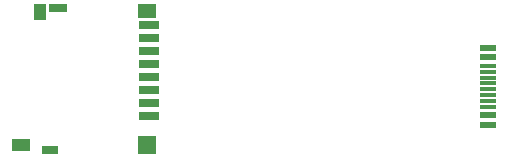
<source format=gbr>
%TF.GenerationSoftware,KiCad,Pcbnew,5.1.6+dfsg1-1*%
%TF.CreationDate,2020-08-04T18:23:16+08:00*%
%TF.ProjectId,stm32dev,73746d33-3264-4657-962e-6b696361645f,b*%
%TF.SameCoordinates,Original*%
%TF.FileFunction,Paste,Bot*%
%TF.FilePolarity,Positive*%
%FSLAX46Y46*%
G04 Gerber Fmt 4.6, Leading zero omitted, Abs format (unit mm)*
G04 Created by KiCad (PCBNEW 5.1.6+dfsg1-1) date 2020-08-04 18:23:16*
%MOMM*%
%LPD*%
G01*
G04 APERTURE LIST*
%ADD10R,1.550000X1.000000*%
%ADD11R,1.500000X1.500000*%
%ADD12R,1.750000X0.700000*%
%ADD13R,1.400000X0.800000*%
%ADD14R,1.000000X1.450000*%
%ADD15R,1.500000X0.800000*%
%ADD16R,1.500000X1.300000*%
%ADD17R,1.450000X0.600000*%
%ADD18R,1.450000X0.300000*%
G04 APERTURE END LIST*
D10*
%TO.C,J3*%
X128535000Y-103365000D03*
D11*
X139210000Y-103415000D03*
D12*
X139335000Y-100965000D03*
X139335000Y-99865000D03*
X139335000Y-98765000D03*
X139335000Y-97665000D03*
X139335000Y-96565000D03*
X139335000Y-95465000D03*
X139335000Y-94365000D03*
D13*
X130960000Y-103765000D03*
D14*
X130110000Y-92140000D03*
D15*
X131610000Y-91815000D03*
D16*
X139210000Y-92065000D03*
D12*
X139335000Y-93265000D03*
%TD*%
D17*
%TO.C,J1*%
X168040000Y-101675000D03*
X168040000Y-100875000D03*
X168040000Y-95975000D03*
X168040000Y-95175000D03*
X168040000Y-95175000D03*
X168040000Y-95975000D03*
X168040000Y-100875000D03*
X168040000Y-101675000D03*
D18*
X168040000Y-96675000D03*
X168040000Y-97175000D03*
X168040000Y-97675000D03*
X168040000Y-98675000D03*
X168040000Y-99175000D03*
X168040000Y-99675000D03*
X168040000Y-100175000D03*
X168040000Y-98175000D03*
%TD*%
M02*

</source>
